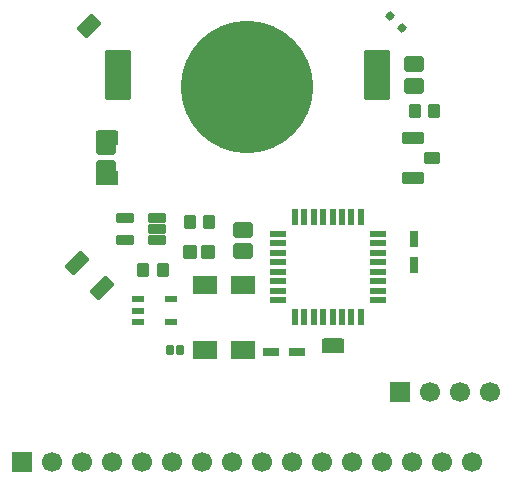
<source format=gbr>
%TF.GenerationSoftware,KiCad,Pcbnew,9.0.1*%
%TF.CreationDate,2025-05-26T11:02:24-07:00*%
%TF.ProjectId,TestWatch,54657374-5761-4746-9368-2e6b69636164,rev?*%
%TF.SameCoordinates,Original*%
%TF.FileFunction,Soldermask,Top*%
%TF.FilePolarity,Negative*%
%FSLAX46Y46*%
G04 Gerber Fmt 4.6, Leading zero omitted, Abs format (unit mm)*
G04 Created by KiCad (PCBNEW 9.0.1) date 2025-05-26 11:02:24*
%MOMM*%
%LPD*%
G01*
G04 APERTURE LIST*
G04 Aperture macros list*
%AMRoundRect*
0 Rectangle with rounded corners*
0 $1 Rounding radius*
0 $2 $3 $4 $5 $6 $7 $8 $9 X,Y pos of 4 corners*
0 Add a 4 corners polygon primitive as box body*
4,1,4,$2,$3,$4,$5,$6,$7,$8,$9,$2,$3,0*
0 Add four circle primitives for the rounded corners*
1,1,$1+$1,$2,$3*
1,1,$1+$1,$4,$5*
1,1,$1+$1,$6,$7*
1,1,$1+$1,$8,$9*
0 Add four rect primitives between the rounded corners*
20,1,$1+$1,$2,$3,$4,$5,0*
20,1,$1+$1,$4,$5,$6,$7,0*
20,1,$1+$1,$6,$7,$8,$9,0*
20,1,$1+$1,$8,$9,$2,$3,0*%
G04 Aperture macros list end*
%ADD10RoundRect,0.102000X-0.710000X0.540000X-0.710000X-0.540000X0.710000X-0.540000X0.710000X0.540000X0*%
%ADD11C,11.204000*%
%ADD12RoundRect,0.102000X-1.000000X-2.000000X1.000000X-2.000000X1.000000X2.000000X-1.000000X2.000000X0*%
%ADD13RoundRect,0.102000X0.445000X0.465000X-0.445000X0.465000X-0.445000X-0.465000X0.445000X-0.465000X0*%
%ADD14RoundRect,0.102000X0.450000X0.485000X-0.450000X0.485000X-0.450000X-0.485000X0.450000X-0.485000X0*%
%ADD15RoundRect,0.102000X0.270000X0.300000X-0.270000X0.300000X-0.270000X-0.300000X0.270000X-0.300000X0*%
%ADD16RoundRect,0.190500X-0.762000X-0.444500X0.762000X-0.444500X0.762000X0.444500X-0.762000X0.444500X0*%
%ADD17R,1.700000X1.700000*%
%ADD18C,1.700000*%
%ADD19RoundRect,0.102000X0.850000X-0.400000X0.850000X0.400000X-0.850000X0.400000X-0.850000X-0.400000X0*%
%ADD20RoundRect,0.102000X0.550000X-0.400000X0.550000X0.400000X-0.550000X0.400000X-0.550000X-0.400000X0*%
%ADD21R,0.600000X1.475000*%
%ADD22R,1.475000X0.600000*%
%ADD23RoundRect,0.088000X0.264000X-0.619000X0.264000X0.619000X-0.264000X0.619000X-0.264000X-0.619000X0*%
%ADD24R,0.977900X0.508000*%
%ADD25RoundRect,0.102000X0.660400X0.279400X-0.660400X0.279400X-0.660400X-0.279400X0.660400X-0.279400X0*%
%ADD26RoundRect,0.088000X0.619000X0.264000X-0.619000X0.264000X-0.619000X-0.264000X0.619000X-0.264000X0*%
%ADD27RoundRect,0.102000X-0.950000X-0.650000X0.950000X-0.650000X0.950000X0.650000X-0.950000X0.650000X0*%
%ADD28RoundRect,0.102000X0.954594X0.268701X0.268701X0.954594X-0.954594X-0.268701X-0.268701X-0.954594X0*%
%ADD29RoundRect,0.190500X-0.224506X-0.853124X0.853124X0.224506X0.224506X0.853124X-0.853124X-0.224506X0*%
%ADD30RoundRect,0.150000X0.247487X0.035355X0.035355X0.247487X-0.247487X-0.035355X-0.035355X-0.247487X0*%
G04 APERTURE END LIST*
D10*
%TO.C,C1*%
X187569200Y-89321299D03*
X187569200Y-91111301D03*
%TD*%
D11*
%TO.C,BT1*%
X199569200Y-84192300D03*
D12*
X188569200Y-83192300D03*
X210569200Y-83192300D03*
%TD*%
D10*
%TO.C,C2*%
X199169200Y-96297299D03*
X199169200Y-98087301D03*
%TD*%
D13*
%TO.C,R1*%
X196300800Y-95642300D03*
X194672800Y-95642300D03*
%TD*%
D14*
%TO.C,R4*%
X196246800Y-98192300D03*
X194726800Y-98192300D03*
%TD*%
D15*
%TO.C,R6*%
X193869000Y-106486000D03*
X193005000Y-106486000D03*
%TD*%
D16*
%TO.C,P13*%
X206818000Y-106134800D03*
%TD*%
D13*
%TO.C,R2*%
X215383200Y-86242300D03*
X213755200Y-86242300D03*
%TD*%
D17*
%TO.C,J1*%
X180500000Y-116000000D03*
D18*
X183040000Y-116000000D03*
X185579999Y-116000000D03*
X188120000Y-116000000D03*
X190660000Y-116000000D03*
X193200000Y-116000000D03*
X195740000Y-116000000D03*
X198280001Y-116000000D03*
X200820000Y-116000000D03*
X203360000Y-116000000D03*
X205900000Y-116000000D03*
X208439999Y-116000000D03*
X210980000Y-116000000D03*
X213520000Y-116000000D03*
X216060000Y-116000000D03*
X218599999Y-116000000D03*
%TD*%
D19*
%TO.C,BUTT1*%
X213569200Y-88516299D03*
X213569200Y-91916301D03*
D20*
X215219200Y-90216300D03*
%TD*%
D21*
%TO.C,STM1*%
X209169200Y-95216299D03*
X208369200Y-95216300D03*
X207569201Y-95216300D03*
X206769200Y-95216300D03*
X205969200Y-95216300D03*
X205169199Y-95216300D03*
X204369200Y-95216300D03*
X203569200Y-95216299D03*
D22*
X202131199Y-96654300D03*
X202131200Y-97454300D03*
X202131200Y-98254299D03*
X202131200Y-99054300D03*
X202131200Y-99854300D03*
X202131200Y-100654301D03*
X202131200Y-101454300D03*
X202131199Y-102254300D03*
D21*
X203569200Y-103692301D03*
X204369200Y-103692300D03*
X205169199Y-103692300D03*
X205969200Y-103692300D03*
X206769200Y-103692300D03*
X207569201Y-103692300D03*
X208369200Y-103692300D03*
X209169200Y-103692301D03*
D22*
X210607201Y-102254300D03*
X210607200Y-101454300D03*
X210607200Y-100654301D03*
X210607200Y-99854300D03*
X210607200Y-99054300D03*
X210607200Y-98254299D03*
X210607200Y-97454300D03*
X210607201Y-96654300D03*
%TD*%
D16*
%TO.C,POGO1*%
X187669200Y-88516300D03*
X187669200Y-91916300D03*
%TD*%
D10*
%TO.C,C3*%
X213669200Y-82297299D03*
X213669200Y-84087301D03*
%TD*%
D23*
%TO.C,DB1*%
X213669200Y-97087300D03*
X213669200Y-99297300D03*
%TD*%
D24*
%TO.C,U1*%
X190338750Y-102192299D03*
X190338750Y-103142300D03*
X190338750Y-104092301D03*
X193069250Y-104092301D03*
X193069250Y-102192299D03*
%TD*%
D25*
%TO.C,CHG1*%
X191940800Y-97178800D03*
X191940800Y-96239000D03*
X191940800Y-95299200D03*
X189197600Y-95299200D03*
X189197600Y-97178800D03*
%TD*%
D26*
%TO.C,DB2*%
X201564200Y-106692300D03*
X203774200Y-106692300D03*
%TD*%
D17*
%TO.C,J2*%
X212460000Y-110000000D03*
D18*
X215000000Y-110000000D03*
X217539999Y-110000000D03*
X220080000Y-110000000D03*
%TD*%
D27*
%TO.C,OSC1*%
X195969200Y-100966300D03*
X195969200Y-106466300D03*
X199169200Y-106466300D03*
X199169200Y-100966300D03*
%TD*%
D28*
%TO.C,R3*%
X187215718Y-101238818D03*
X185122682Y-99145782D03*
%TD*%
D29*
%TO.C,P14*%
X186169153Y-79058740D03*
%TD*%
D30*
%TO.C,DB3*%
X211674225Y-78197325D03*
X212664175Y-79187275D03*
%TD*%
D13*
%TO.C,R5*%
X192383200Y-99692300D03*
X190755200Y-99692300D03*
%TD*%
M02*

</source>
